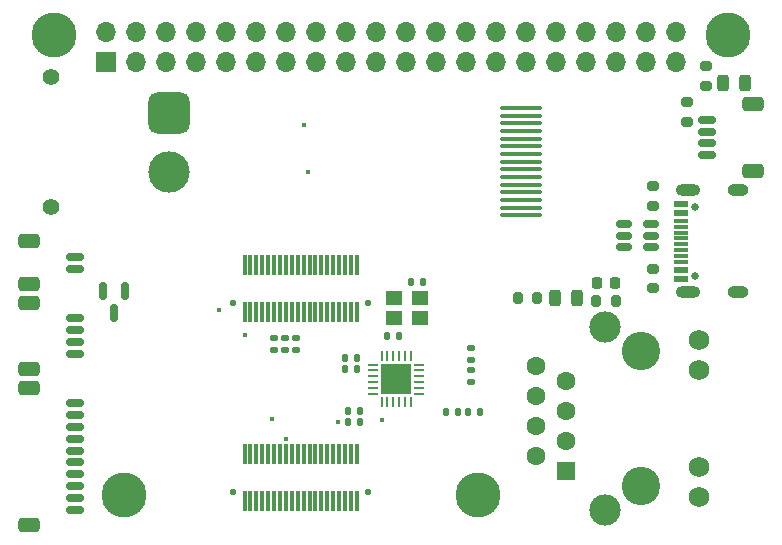
<source format=gts>
G04 #@! TF.GenerationSoftware,KiCad,Pcbnew,8.0.7*
G04 #@! TF.CreationDate,2025-12-07T18:06:09-08:00*
G04 #@! TF.ProjectId,Pivot_Base,5069766f-745f-4426-9173-652e6b696361,rev?*
G04 #@! TF.SameCoordinates,Original*
G04 #@! TF.FileFunction,Soldermask,Top*
G04 #@! TF.FilePolarity,Negative*
%FSLAX46Y46*%
G04 Gerber Fmt 4.6, Leading zero omitted, Abs format (unit mm)*
G04 Created by KiCad (PCBNEW 8.0.7) date 2025-12-07 18:06:09*
%MOMM*%
%LPD*%
G01*
G04 APERTURE LIST*
G04 Aperture macros list*
%AMRoundRect*
0 Rectangle with rounded corners*
0 $1 Rounding radius*
0 $2 $3 $4 $5 $6 $7 $8 $9 X,Y pos of 4 corners*
0 Add a 4 corners polygon primitive as box body*
4,1,4,$2,$3,$4,$5,$6,$7,$8,$9,$2,$3,0*
0 Add four circle primitives for the rounded corners*
1,1,$1+$1,$2,$3*
1,1,$1+$1,$4,$5*
1,1,$1+$1,$6,$7*
1,1,$1+$1,$8,$9*
0 Add four rect primitives between the rounded corners*
20,1,$1+$1,$2,$3,$4,$5,0*
20,1,$1+$1,$4,$5,$6,$7,0*
20,1,$1+$1,$6,$7,$8,$9,0*
20,1,$1+$1,$8,$9,$2,$3,0*%
G04 Aperture macros list end*
%ADD10RoundRect,0.150000X-0.625000X0.150000X-0.625000X-0.150000X0.625000X-0.150000X0.625000X0.150000X0*%
%ADD11RoundRect,0.250000X-0.650000X0.350000X-0.650000X-0.350000X0.650000X-0.350000X0.650000X0.350000X0*%
%ADD12RoundRect,0.200000X0.200000X0.275000X-0.200000X0.275000X-0.200000X-0.275000X0.200000X-0.275000X0*%
%ADD13C,0.400000*%
%ADD14RoundRect,0.150000X0.625000X-0.150000X0.625000X0.150000X-0.625000X0.150000X-0.625000X-0.150000X0*%
%ADD15RoundRect,0.250000X0.650000X-0.350000X0.650000X0.350000X-0.650000X0.350000X-0.650000X-0.350000X0*%
%ADD16RoundRect,0.140000X-0.140000X-0.170000X0.140000X-0.170000X0.140000X0.170000X-0.140000X0.170000X0*%
%ADD17RoundRect,0.200000X0.275000X-0.200000X0.275000X0.200000X-0.275000X0.200000X-0.275000X-0.200000X0*%
%ADD18RoundRect,0.150000X0.512500X0.150000X-0.512500X0.150000X-0.512500X-0.150000X0.512500X-0.150000X0*%
%ADD19RoundRect,0.243750X-0.243750X-0.456250X0.243750X-0.456250X0.243750X0.456250X-0.243750X0.456250X0*%
%ADD20RoundRect,0.150000X-0.150000X0.587500X-0.150000X-0.587500X0.150000X-0.587500X0.150000X0.587500X0*%
%ADD21RoundRect,0.135000X-0.185000X0.135000X-0.185000X-0.135000X0.185000X-0.135000X0.185000X0.135000X0*%
%ADD22RoundRect,0.225000X-0.225000X-0.250000X0.225000X-0.250000X0.225000X0.250000X-0.225000X0.250000X0*%
%ADD23RoundRect,0.140000X0.140000X0.170000X-0.140000X0.170000X-0.140000X-0.170000X0.140000X-0.170000X0*%
%ADD24C,3.800000*%
%ADD25C,2.649000*%
%ADD26C,1.734000*%
%ADD27C,1.602000*%
%ADD28RoundRect,0.102000X-0.699000X0.699000X-0.699000X-0.699000X0.699000X-0.699000X0.699000X0.699000X0*%
%ADD29C,3.250000*%
%ADD30O,1.800000X1.000000*%
%ADD31O,2.100000X1.000000*%
%ADD32R,1.240000X0.600000*%
%ADD33R,1.240000X0.300000*%
%ADD34C,0.650000*%
%ADD35RoundRect,0.135000X-0.135000X-0.185000X0.135000X-0.185000X0.135000X0.185000X-0.135000X0.185000X0*%
%ADD36RoundRect,0.100000X-1.650000X-0.100000X1.650000X-0.100000X1.650000X0.100000X-1.650000X0.100000X0*%
%ADD37RoundRect,0.135000X0.185000X-0.135000X0.185000X0.135000X-0.185000X0.135000X-0.185000X-0.135000X0*%
%ADD38R,1.700000X1.700000*%
%ADD39O,1.700000X1.700000*%
%ADD40RoundRect,0.135000X0.135000X0.185000X-0.135000X0.185000X-0.135000X-0.185000X0.135000X-0.185000X0*%
%ADD41C,3.500000*%
%ADD42RoundRect,0.770000X0.980000X-0.980000X0.980000X0.980000X-0.980000X0.980000X-0.980000X-0.980000X0*%
%ADD43C,1.400000*%
%ADD44R,1.400000X1.200000*%
%ADD45R,2.500000X2.500000*%
%ADD46RoundRect,0.062500X-0.375000X0.062500X-0.375000X-0.062500X0.375000X-0.062500X0.375000X0.062500X0*%
%ADD47RoundRect,0.062500X-0.062500X0.375000X-0.062500X-0.375000X0.062500X-0.375000X0.062500X0.375000X0*%
%ADD48C,0.550000*%
%ADD49R,0.300000X1.800000*%
G04 APERTURE END LIST*
D10*
X154250000Y-121300000D03*
X154250000Y-122300000D03*
D11*
X150375000Y-120000000D03*
X150375000Y-123600000D03*
D12*
X200025000Y-125000000D03*
X198375000Y-125000000D03*
D13*
X172100000Y-136700000D03*
D10*
X154250000Y-126500000D03*
X154250000Y-127500000D03*
X154250000Y-128500000D03*
X154250000Y-129500000D03*
D11*
X150375000Y-125200000D03*
X150375000Y-130800000D03*
D10*
X154245000Y-133700000D03*
X154245000Y-134700000D03*
X154245000Y-135700000D03*
X154245000Y-136700000D03*
X154245000Y-137700000D03*
X154245000Y-138700000D03*
X154245000Y-139700000D03*
X154245000Y-140700000D03*
X154245000Y-141700000D03*
X154245000Y-142700000D03*
D11*
X150370000Y-132400000D03*
X150370000Y-144000000D03*
D14*
X207750000Y-112700000D03*
X207750000Y-111700000D03*
X207750000Y-110700000D03*
X207750000Y-109700000D03*
D15*
X211625000Y-114000000D03*
X211625000Y-108400000D03*
D13*
X174000000Y-114100000D03*
D16*
X182720000Y-123400000D03*
X183680000Y-123400000D03*
D17*
X206050000Y-109875000D03*
X206050000Y-108225000D03*
D18*
X203000000Y-120450000D03*
X203000000Y-119500000D03*
X203000000Y-118550000D03*
X200725000Y-118550000D03*
X200725000Y-119500000D03*
X200725000Y-120450000D03*
D19*
X209125000Y-106600000D03*
X211000000Y-106600000D03*
D13*
X173600000Y-110100000D03*
D20*
X158487500Y-124187500D03*
X156587500Y-124187500D03*
X157537500Y-126062500D03*
D13*
X180275000Y-135125000D03*
D17*
X203200000Y-116985000D03*
X203200000Y-115335000D03*
D21*
X171050000Y-128165000D03*
X171050000Y-129185000D03*
D22*
X198425000Y-123500000D03*
X199975000Y-123500000D03*
D17*
X203200000Y-123953048D03*
X203200000Y-122303048D03*
D23*
X181650000Y-128000000D03*
X180690000Y-128000000D03*
D24*
X209500000Y-102500000D03*
D21*
X187800000Y-130880000D03*
X187800000Y-131900000D03*
D25*
X199090000Y-127255000D03*
X199090000Y-142745000D03*
D26*
X207040000Y-128375000D03*
X207040000Y-130915000D03*
X207040000Y-139085000D03*
X207040000Y-141625000D03*
D27*
X193250000Y-130560000D03*
X195790000Y-131830000D03*
X193250000Y-133100000D03*
X195790000Y-134370000D03*
X193250000Y-135640000D03*
X195790000Y-136910000D03*
X193250000Y-138180000D03*
D28*
X195790000Y-139450000D03*
D29*
X202140000Y-140715000D03*
X202140000Y-129285000D03*
D30*
X210375000Y-115680000D03*
D31*
X206175000Y-115680000D03*
D30*
X210375000Y-124320000D03*
D31*
X206175000Y-124320000D03*
D32*
X205575000Y-123200000D03*
X205575000Y-122400000D03*
D33*
X205575000Y-121750000D03*
X205575000Y-120750000D03*
X205575000Y-119250000D03*
X205575000Y-118250000D03*
D32*
X205575000Y-117600000D03*
X205575000Y-116800000D03*
X205575000Y-116800000D03*
X205575000Y-117600000D03*
D33*
X205575000Y-118750000D03*
X205575000Y-119750000D03*
X205575000Y-120250000D03*
X205575000Y-121250000D03*
D32*
X205575000Y-122400000D03*
X205575000Y-123200000D03*
D34*
X206695000Y-117110000D03*
X206695000Y-122890000D03*
D35*
X187500000Y-134400000D03*
X188520000Y-134400000D03*
D36*
X192000000Y-117800000D03*
X192000000Y-117150000D03*
X192000000Y-116500000D03*
X192000000Y-115850000D03*
X192000000Y-115200000D03*
X192000000Y-114550000D03*
X192000000Y-113900000D03*
X192000000Y-113250000D03*
X192000000Y-112600000D03*
X192000000Y-111950000D03*
X192000000Y-111300000D03*
X192000000Y-110650000D03*
X192000000Y-110000000D03*
X192000000Y-109350000D03*
X192000000Y-108700000D03*
D37*
X172950000Y-129185000D03*
X172950000Y-128165000D03*
D38*
X156870000Y-104770000D03*
D39*
X156870000Y-102230000D03*
X159410000Y-104770000D03*
X159410000Y-102230000D03*
X161950000Y-104770000D03*
X161950000Y-102230000D03*
X164490000Y-104770000D03*
X164490000Y-102230000D03*
X167030000Y-104770000D03*
X167030000Y-102230000D03*
X169570000Y-104770000D03*
X169570000Y-102230000D03*
X172110000Y-104770000D03*
X172110000Y-102230000D03*
X174650000Y-104770000D03*
X174650000Y-102230000D03*
X177190000Y-104770000D03*
X177190000Y-102230000D03*
X179730000Y-104770000D03*
X179730000Y-102230000D03*
X182270000Y-104770000D03*
X182270000Y-102230000D03*
X184810000Y-104770000D03*
X184810000Y-102230000D03*
X187350000Y-104770000D03*
X187350000Y-102230000D03*
X189890000Y-104770000D03*
X189890000Y-102230000D03*
X192430000Y-104770000D03*
X192430000Y-102230000D03*
X194970000Y-104770000D03*
X194970000Y-102230000D03*
X197510000Y-104770000D03*
X197510000Y-102230000D03*
X200050000Y-104770000D03*
X200050000Y-102230000D03*
X202590000Y-104770000D03*
X202590000Y-102230000D03*
X205130000Y-104770000D03*
X205130000Y-102230000D03*
D13*
X176500000Y-135325000D03*
D12*
X193400000Y-124800000D03*
X191750000Y-124800000D03*
D21*
X172000000Y-128165000D03*
X172000000Y-129185000D03*
D37*
X187800000Y-130040000D03*
X187800000Y-129020000D03*
D17*
X207650000Y-106825000D03*
X207650000Y-105175000D03*
D40*
X178150000Y-130795000D03*
X177130000Y-130795000D03*
D24*
X152500000Y-102500000D03*
D35*
X177130000Y-129855000D03*
X178150000Y-129855000D03*
D40*
X186660000Y-134400000D03*
X185640000Y-134400000D03*
D41*
X162200000Y-114100000D03*
D42*
X162200000Y-109100000D03*
D43*
X152200000Y-106100000D03*
X152200000Y-117100000D03*
D40*
X178390000Y-134375000D03*
X177370000Y-134375000D03*
D13*
X166450000Y-125775000D03*
D44*
X183450000Y-124800000D03*
X181250000Y-124800000D03*
X181250000Y-126500000D03*
X183450000Y-126500000D03*
D13*
X168600000Y-127900000D03*
X170950000Y-135050000D03*
D45*
X181450000Y-131675000D03*
D46*
X183387500Y-130425000D03*
X183387500Y-130925000D03*
X183387500Y-131425000D03*
X183387500Y-131925000D03*
X183387500Y-132425000D03*
X183387500Y-132925000D03*
D47*
X182700000Y-133612500D03*
X182200000Y-133612500D03*
X181700000Y-133612500D03*
X181200000Y-133612500D03*
X180700000Y-133612500D03*
X180200000Y-133612500D03*
D46*
X179512500Y-132925000D03*
X179512500Y-132425000D03*
X179512500Y-131925000D03*
X179512500Y-131425000D03*
X179512500Y-130925000D03*
X179512500Y-130425000D03*
D47*
X180200000Y-129737500D03*
X180700000Y-129737500D03*
X181200000Y-129737500D03*
X181700000Y-129737500D03*
X182200000Y-129737500D03*
X182700000Y-129737500D03*
D19*
X194862500Y-124800000D03*
X196737500Y-124800000D03*
D35*
X177365000Y-135325000D03*
X178385000Y-135325000D03*
D48*
X167650000Y-125250000D03*
X167650000Y-141250000D03*
X179050000Y-125250000D03*
X179050000Y-141250000D03*
D49*
X168600000Y-122000000D03*
X169100000Y-122000000D03*
X169600000Y-122000000D03*
X170100000Y-122000000D03*
X170600000Y-122000000D03*
X171100000Y-122000000D03*
X171600000Y-122000000D03*
X172100000Y-122000000D03*
X172600000Y-122000000D03*
X173100000Y-122000000D03*
X173600000Y-122000000D03*
X174100000Y-122000000D03*
X174600000Y-122000000D03*
X175100000Y-122000000D03*
X175600000Y-122000000D03*
X176100000Y-122000000D03*
X176600000Y-122000000D03*
X177100000Y-122000000D03*
X177600000Y-122000000D03*
X178100000Y-122000000D03*
X168600000Y-126000000D03*
X169100000Y-126000000D03*
X169600000Y-126000000D03*
X170100000Y-126000000D03*
X170600000Y-126000000D03*
X171100000Y-126000000D03*
X171600000Y-126000000D03*
X172100000Y-126000000D03*
X172600000Y-126000000D03*
X173100000Y-126000000D03*
X173600000Y-126000000D03*
X174100000Y-126000000D03*
X174600000Y-126000000D03*
X175100000Y-126000000D03*
X175600000Y-126000000D03*
X176100000Y-126000000D03*
X176600000Y-126000000D03*
X177100000Y-126000000D03*
X177600000Y-126000000D03*
X178100000Y-126000000D03*
X168600000Y-138000000D03*
X169100000Y-138000000D03*
X169600000Y-138000000D03*
X170100000Y-138000000D03*
X170600000Y-138000000D03*
X171100000Y-138000000D03*
X171600000Y-138000000D03*
X172100000Y-138000000D03*
X172600000Y-138000000D03*
X173100000Y-138000000D03*
X173600000Y-138000000D03*
X174100000Y-138000000D03*
X174600000Y-138000000D03*
X175100000Y-138000000D03*
X175600000Y-138000000D03*
X176100000Y-138000000D03*
X176600000Y-138000000D03*
X177100000Y-138000000D03*
X177600000Y-138000000D03*
X178100000Y-138000000D03*
X168600000Y-142000000D03*
X169100000Y-142000000D03*
X169600000Y-142000000D03*
X170100000Y-142000000D03*
X170600000Y-142000000D03*
X171100000Y-142000000D03*
X171600000Y-142000000D03*
X172100000Y-142000000D03*
X172600000Y-142000000D03*
X173100000Y-142000000D03*
X173600000Y-142000000D03*
X174100000Y-142000000D03*
X174600000Y-142000000D03*
X175100000Y-142000000D03*
X175600000Y-142000000D03*
X176100000Y-142000000D03*
X176600000Y-142000000D03*
X177100000Y-142000000D03*
X177600000Y-142000000D03*
X178100000Y-142000000D03*
D24*
X158350000Y-141500000D03*
X188350000Y-141500000D03*
M02*

</source>
